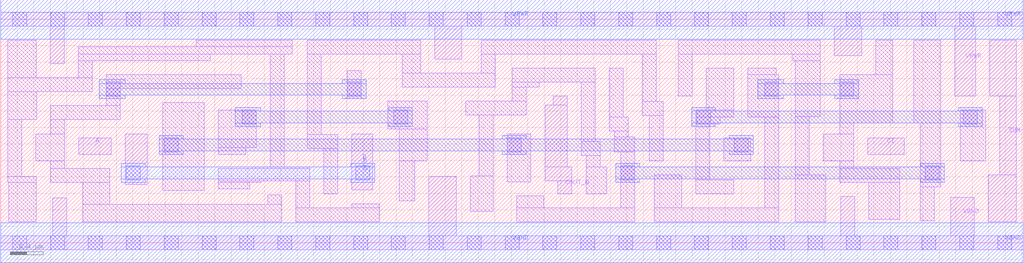
<source format=lef>
# Copyright 2020 The SkyWater PDK Authors
#
# Licensed under the Apache License, Version 2.0 (the "License");
# you may not use this file except in compliance with the License.
# You may obtain a copy of the License at
#
#     https://www.apache.org/licenses/LICENSE-2.0
#
# Unless required by applicable law or agreed to in writing, software
# distributed under the License is distributed on an "AS IS" BASIS,
# WITHOUT WARRANTIES OR CONDITIONS OF ANY KIND, either express or implied.
# See the License for the specific language governing permissions and
# limitations under the License.
#
# SPDX-License-Identifier: Apache-2.0

VERSION 5.7 ;
  NAMESCASESENSITIVE ON ;
  NOWIREEXTENSIONATPIN ON ;
  DIVIDERCHAR "/" ;
  BUSBITCHARS "[]" ;
UNITS
  DATABASE MICRONS 200 ;
END UNITS
MACRO sky130_fd_sc_hd__fahcon_1
  CLASS CORE ;
  SOURCE USER ;
  FOREIGN sky130_fd_sc_hd__fahcon_1 ;
  ORIGIN  0.000000  0.000000 ;
  SIZE  12.42000 BY  2.720000 ;
  SYMMETRY X Y R90 ;
  SITE unithd ;
  PIN A
    ANTENNAGATEAREA  0.247500 ;
    DIRECTION INPUT ;
    USE SIGNAL ;
    PORT
      LAYER li1 ;
        RECT 0.950000 1.075000 1.340000 1.275000 ;
    END
  END A
  PIN B
    ANTENNAGATEAREA  0.937500 ;
    DIRECTION INPUT ;
    USE SIGNAL ;
    PORT
      LAYER li1 ;
        RECT 1.510000 0.710000 1.780000 1.325000 ;
        RECT 4.265000 0.645000 4.515000 1.325000 ;
      LAYER mcon ;
        RECT 1.525000 0.765000 1.695000 0.935000 ;
        RECT 4.310000 0.765000 4.480000 0.935000 ;
      LAYER met1 ;
        RECT 1.465000 0.735000 1.755000 0.780000 ;
        RECT 1.465000 0.780000 4.540000 0.920000 ;
        RECT 1.465000 0.920000 1.755000 0.965000 ;
        RECT 4.250000 0.735000 4.540000 0.780000 ;
        RECT 4.250000 0.920000 4.540000 0.965000 ;
    END
  END B
  PIN CI
    ANTENNAGATEAREA  0.493500 ;
    DIRECTION INPUT ;
    USE SIGNAL ;
    PORT
      LAYER li1 ;
        RECT 10.530000 1.075000 10.975000 1.275000 ;
    END
  END CI
  PIN COUT_N
    ANTENNADIFFAREA  0.402800 ;
    DIRECTION OUTPUT ;
    USE SIGNAL ;
    PORT
      LAYER li1 ;
        RECT 6.610000 0.755000 6.935000 0.925000 ;
        RECT 6.610000 0.925000 6.880000 1.675000 ;
        RECT 6.710000 1.675000 6.880000 1.785000 ;
        RECT 6.765000 0.595000 6.935000 0.755000 ;
    END
  END COUT_N
  PIN SUM
    ANTENNADIFFAREA  0.463750 ;
    DIRECTION OUTPUT ;
    USE SIGNAL ;
    PORT
      LAYER li1 ;
        RECT 11.995000 0.255000 12.335000 0.825000 ;
        RECT 12.010000 1.785000 12.335000 2.465000 ;
        RECT 12.135000 0.825000 12.335000 1.785000 ;
    END
  END SUM
  PIN VGND
    DIRECTION INOUT ;
    SHAPE ABUTMENT ;
    USE GROUND ;
    PORT
      LAYER li1 ;
        RECT  0.000000 -0.085000 12.420000 0.085000 ;
        RECT  0.630000  0.085000  0.800000 0.545000 ;
        RECT  5.200000  0.085000  5.530000 0.805000 ;
        RECT 10.200000  0.085000 10.370000 0.565000 ;
        RECT 11.535000  0.085000 11.825000 0.555000 ;
      LAYER mcon ;
        RECT  0.145000 -0.085000  0.315000 0.085000 ;
        RECT  0.605000 -0.085000  0.775000 0.085000 ;
        RECT  1.065000 -0.085000  1.235000 0.085000 ;
        RECT  1.525000 -0.085000  1.695000 0.085000 ;
        RECT  1.985000 -0.085000  2.155000 0.085000 ;
        RECT  2.445000 -0.085000  2.615000 0.085000 ;
        RECT  2.905000 -0.085000  3.075000 0.085000 ;
        RECT  3.365000 -0.085000  3.535000 0.085000 ;
        RECT  3.825000 -0.085000  3.995000 0.085000 ;
        RECT  4.285000 -0.085000  4.455000 0.085000 ;
        RECT  4.745000 -0.085000  4.915000 0.085000 ;
        RECT  5.205000 -0.085000  5.375000 0.085000 ;
        RECT  5.665000 -0.085000  5.835000 0.085000 ;
        RECT  6.125000 -0.085000  6.295000 0.085000 ;
        RECT  6.585000 -0.085000  6.755000 0.085000 ;
        RECT  7.045000 -0.085000  7.215000 0.085000 ;
        RECT  7.505000 -0.085000  7.675000 0.085000 ;
        RECT  7.965000 -0.085000  8.135000 0.085000 ;
        RECT  8.425000 -0.085000  8.595000 0.085000 ;
        RECT  8.885000 -0.085000  9.055000 0.085000 ;
        RECT  9.345000 -0.085000  9.515000 0.085000 ;
        RECT  9.805000 -0.085000  9.975000 0.085000 ;
        RECT 10.265000 -0.085000 10.435000 0.085000 ;
        RECT 10.725000 -0.085000 10.895000 0.085000 ;
        RECT 11.185000 -0.085000 11.355000 0.085000 ;
        RECT 11.645000 -0.085000 11.815000 0.085000 ;
        RECT 12.105000 -0.085000 12.275000 0.085000 ;
      LAYER met1 ;
        RECT 0.000000 -0.240000 12.420000 0.240000 ;
    END
  END VGND
  PIN VPWR
    DIRECTION INOUT ;
    SHAPE ABUTMENT ;
    USE POWER ;
    PORT
      LAYER li1 ;
        RECT  0.000000 2.635000 12.420000 2.805000 ;
        RECT  0.600000 2.180000  0.770000 2.635000 ;
        RECT  5.270000 2.235000  5.600000 2.635000 ;
        RECT 10.120000 2.275000 10.455000 2.635000 ;
        RECT 11.585000 1.785000 11.840000 2.635000 ;
      LAYER mcon ;
        RECT  0.145000 2.635000  0.315000 2.805000 ;
        RECT  0.605000 2.635000  0.775000 2.805000 ;
        RECT  1.065000 2.635000  1.235000 2.805000 ;
        RECT  1.525000 2.635000  1.695000 2.805000 ;
        RECT  1.985000 2.635000  2.155000 2.805000 ;
        RECT  2.445000 2.635000  2.615000 2.805000 ;
        RECT  2.905000 2.635000  3.075000 2.805000 ;
        RECT  3.365000 2.635000  3.535000 2.805000 ;
        RECT  3.825000 2.635000  3.995000 2.805000 ;
        RECT  4.285000 2.635000  4.455000 2.805000 ;
        RECT  4.745000 2.635000  4.915000 2.805000 ;
        RECT  5.205000 2.635000  5.375000 2.805000 ;
        RECT  5.665000 2.635000  5.835000 2.805000 ;
        RECT  6.125000 2.635000  6.295000 2.805000 ;
        RECT  6.585000 2.635000  6.755000 2.805000 ;
        RECT  7.045000 2.635000  7.215000 2.805000 ;
        RECT  7.505000 2.635000  7.675000 2.805000 ;
        RECT  7.965000 2.635000  8.135000 2.805000 ;
        RECT  8.425000 2.635000  8.595000 2.805000 ;
        RECT  8.885000 2.635000  9.055000 2.805000 ;
        RECT  9.345000 2.635000  9.515000 2.805000 ;
        RECT  9.805000 2.635000  9.975000 2.805000 ;
        RECT 10.265000 2.635000 10.435000 2.805000 ;
        RECT 10.725000 2.635000 10.895000 2.805000 ;
        RECT 11.185000 2.635000 11.355000 2.805000 ;
        RECT 11.645000 2.635000 11.815000 2.805000 ;
        RECT 12.105000 2.635000 12.275000 2.805000 ;
      LAYER met1 ;
        RECT 0.000000 2.480000 12.420000 2.960000 ;
    END
  END VPWR
  OBS
    LAYER li1 ;
      RECT  0.085000 0.735000  0.430000 0.805000 ;
      RECT  0.085000 0.805000  0.255000 1.500000 ;
      RECT  0.085000 1.500000  0.440000 1.840000 ;
      RECT  0.085000 1.840000  1.110000 2.010000 ;
      RECT  0.085000 2.010000  0.430000 2.465000 ;
      RECT  0.100000 0.255000  0.430000 0.735000 ;
      RECT  0.425000 0.995000  0.780000 1.325000 ;
      RECT  0.610000 0.735000  1.325000 0.905000 ;
      RECT  0.610000 0.905000  0.780000 0.995000 ;
      RECT  0.610000 1.325000  0.780000 1.500000 ;
      RECT  0.610000 1.500000  1.450000 1.670000 ;
      RECT  0.940000 2.010000  1.110000 2.215000 ;
      RECT  0.940000 2.215000  2.545000 2.295000 ;
      RECT  0.940000 2.295000  3.540000 2.385000 ;
      RECT  0.995000 0.255000  3.410000 0.465000 ;
      RECT  0.995000 0.465000  1.325000 0.735000 ;
      RECT  1.280000 1.670000  1.450000 1.875000 ;
      RECT  1.280000 1.875000  2.920000 2.045000 ;
      RECT  1.965000 0.635000  2.470000 1.705000 ;
      RECT  2.375000 2.385000  3.540000 2.465000 ;
      RECT  2.640000 0.655000  3.025000 0.735000 ;
      RECT  2.640000 0.735000  3.160000 0.755000 ;
      RECT  2.640000 0.755000  3.750000 0.905000 ;
      RECT  2.640000 1.075000  2.975000 1.160000 ;
      RECT  2.640000 1.160000  3.100000 1.615000 ;
      RECT  3.055000 0.905000  3.750000 0.925000 ;
      RECT  3.240000 0.465000  3.410000 0.585000 ;
      RECT  3.270000 0.925000  3.440000 2.295000 ;
      RECT  3.580000 0.255000  4.595000 0.425000 ;
      RECT  3.580000 0.425000  3.750000 0.755000 ;
      RECT  3.725000 1.150000  4.095000 1.320000 ;
      RECT  3.725000 1.320000  3.895000 2.295000 ;
      RECT  3.725000 2.295000  5.100000 2.465000 ;
      RECT  3.925000 0.595000  4.095000 1.150000 ;
      RECT  4.210000 1.755000  4.380000 2.095000 ;
      RECT  4.265000 0.425000  4.595000 0.475000 ;
      RECT  4.700000 1.385000  5.180000 1.725000 ;
      RECT  4.840000 0.510000  5.030000 0.995000 ;
      RECT  4.840000 0.995000  5.180000 1.385000 ;
      RECT  4.875000 1.895000  6.005000 2.065000 ;
      RECT  4.875000 2.065000  5.100000 2.295000 ;
      RECT  5.645000 1.555000  6.380000 1.725000 ;
      RECT  5.700000 0.380000  5.980000 0.815000 ;
      RECT  5.810000 0.815000  5.980000 1.555000 ;
      RECT  5.835000 2.065000  6.005000 2.295000 ;
      RECT  5.835000 2.295000  7.960000 2.465000 ;
      RECT  6.150000 0.740000  6.435000 1.325000 ;
      RECT  6.210000 1.725000  6.380000 1.895000 ;
      RECT  6.210000 1.895000  6.540000 1.955000 ;
      RECT  6.210000 1.955000  7.220000 2.125000 ;
      RECT  6.265000 0.255000  7.700000 0.425000 ;
      RECT  6.265000 0.425000  6.595000 0.570000 ;
      RECT  7.050000 1.060000  7.280000 1.230000 ;
      RECT  7.050000 1.230000  7.220000 1.955000 ;
      RECT  7.110000 0.595000  7.360000 0.925000 ;
      RECT  7.110000 0.925000  7.280000 1.060000 ;
      RECT  7.390000 1.360000  7.620000 1.530000 ;
      RECT  7.390000 1.530000  7.560000 2.125000 ;
      RECT  7.450000 1.105000  7.700000 1.290000 ;
      RECT  7.450000 1.290000  7.620000 1.360000 ;
      RECT  7.530000 0.425000  7.700000 1.105000 ;
      RECT  7.790000 1.550000  8.045000 1.720000 ;
      RECT  7.790000 1.720000  7.960000 2.295000 ;
      RECT  7.875000 0.995000  8.045000 1.550000 ;
      RECT  7.935000 0.255000  9.450000 0.425000 ;
      RECT  7.935000 0.425000  8.270000 0.825000 ;
      RECT  8.230000 1.785000  8.400000 2.295000 ;
      RECT  8.230000 2.295000  9.950000 2.465000 ;
      RECT  8.440000 0.595000  8.900000 0.765000 ;
      RECT  8.440000 0.765000  8.610000 1.445000 ;
      RECT  8.440000 1.445000  8.740000 1.530000 ;
      RECT  8.440000 1.530000  8.900000 1.615000 ;
      RECT  8.570000 1.615000  8.900000 2.125000 ;
      RECT  8.780000 0.995000  9.110000 1.275000 ;
      RECT  9.070000 1.530000  9.450000 2.045000 ;
      RECT  9.070000 2.045000  9.420000 2.125000 ;
      RECT  9.280000 0.425000  9.450000 1.530000 ;
      RECT  9.620000 2.215000  9.950000 2.295000 ;
      RECT  9.650000 0.255000 10.020000 0.825000 ;
      RECT  9.650000 0.825000  9.820000 1.535000 ;
      RECT  9.650000 1.535000  9.950000 2.215000 ;
      RECT  9.990000 0.995000 10.360000 1.325000 ;
      RECT 10.190000 0.735000 10.920000 0.905000 ;
      RECT 10.190000 0.905000 10.360000 0.995000 ;
      RECT 10.190000 1.325000 10.360000 1.455000 ;
      RECT 10.190000 1.455000 10.835000 2.045000 ;
      RECT 10.540000 0.285000 10.920000 0.735000 ;
      RECT 10.625000 2.045000 10.835000 2.465000 ;
      RECT 11.085000 1.455000 11.415000 2.465000 ;
      RECT 11.165000 0.270000 11.335000 0.680000 ;
      RECT 11.165000 0.680000 11.415000 1.455000 ;
      RECT 11.655000 0.995000 11.965000 1.615000 ;
    LAYER mcon ;
      RECT  1.280000 1.785000  1.450000 1.955000 ;
      RECT  1.985000 1.105000  2.155000 1.275000 ;
      RECT  2.930000 1.445000  3.100000 1.615000 ;
      RECT  4.210000 1.785000  4.380000 1.955000 ;
      RECT  4.770000 1.445000  4.940000 1.615000 ;
      RECT  6.150000 1.105000  6.320000 1.275000 ;
      RECT  7.530000 0.765000  7.700000 0.935000 ;
      RECT  8.450000 1.445000  8.620000 1.615000 ;
      RECT  8.910000 1.105000  9.080000 1.275000 ;
      RECT  9.280000 1.785000  9.450000 1.955000 ;
      RECT 10.190000 1.785000 10.360000 1.955000 ;
      RECT 11.230000 0.765000 11.400000 0.935000 ;
      RECT 11.690000 1.445000 11.860000 1.615000 ;
    LAYER met1 ;
      RECT  1.195000 1.755000  1.510000 1.800000 ;
      RECT  1.195000 1.800000  4.440000 1.940000 ;
      RECT  1.195000 1.940000  1.510000 1.985000 ;
      RECT  1.925000 1.075000  2.215000 1.120000 ;
      RECT  1.925000 1.120000  9.140000 1.260000 ;
      RECT  1.925000 1.260000  2.215000 1.305000 ;
      RECT  2.845000 1.415000  3.160000 1.460000 ;
      RECT  2.845000 1.460000  5.000000 1.600000 ;
      RECT  2.845000 1.600000  3.160000 1.645000 ;
      RECT  4.150000 1.755000  4.440000 1.800000 ;
      RECT  4.150000 1.940000  4.440000 1.985000 ;
      RECT  4.710000 1.415000  5.000000 1.460000 ;
      RECT  4.710000 1.600000  5.000000 1.645000 ;
      RECT  6.090000 1.075000  6.380000 1.120000 ;
      RECT  6.090000 1.260000  6.380000 1.305000 ;
      RECT  7.470000 0.735000  7.760000 0.780000 ;
      RECT  7.470000 0.780000 11.460000 0.920000 ;
      RECT  7.470000 0.920000  7.760000 0.965000 ;
      RECT  8.390000 1.415000  8.680000 1.460000 ;
      RECT  8.390000 1.460000 11.920000 1.600000 ;
      RECT  8.390000 1.600000  8.680000 1.645000 ;
      RECT  8.850000 1.075000  9.140000 1.120000 ;
      RECT  8.850000 1.260000  9.140000 1.305000 ;
      RECT  9.195000 1.755000  9.510000 1.800000 ;
      RECT  9.195000 1.800000 10.420000 1.940000 ;
      RECT  9.195000 1.940000  9.510000 1.985000 ;
      RECT 10.130000 1.755000 10.420000 1.800000 ;
      RECT 10.130000 1.940000 10.420000 1.985000 ;
      RECT 11.170000 0.735000 11.460000 0.780000 ;
      RECT 11.170000 0.920000 11.460000 0.965000 ;
      RECT 11.630000 1.415000 11.920000 1.460000 ;
      RECT 11.630000 1.600000 11.920000 1.645000 ;
  END
END sky130_fd_sc_hd__fahcon_1
END LIBRARY

</source>
